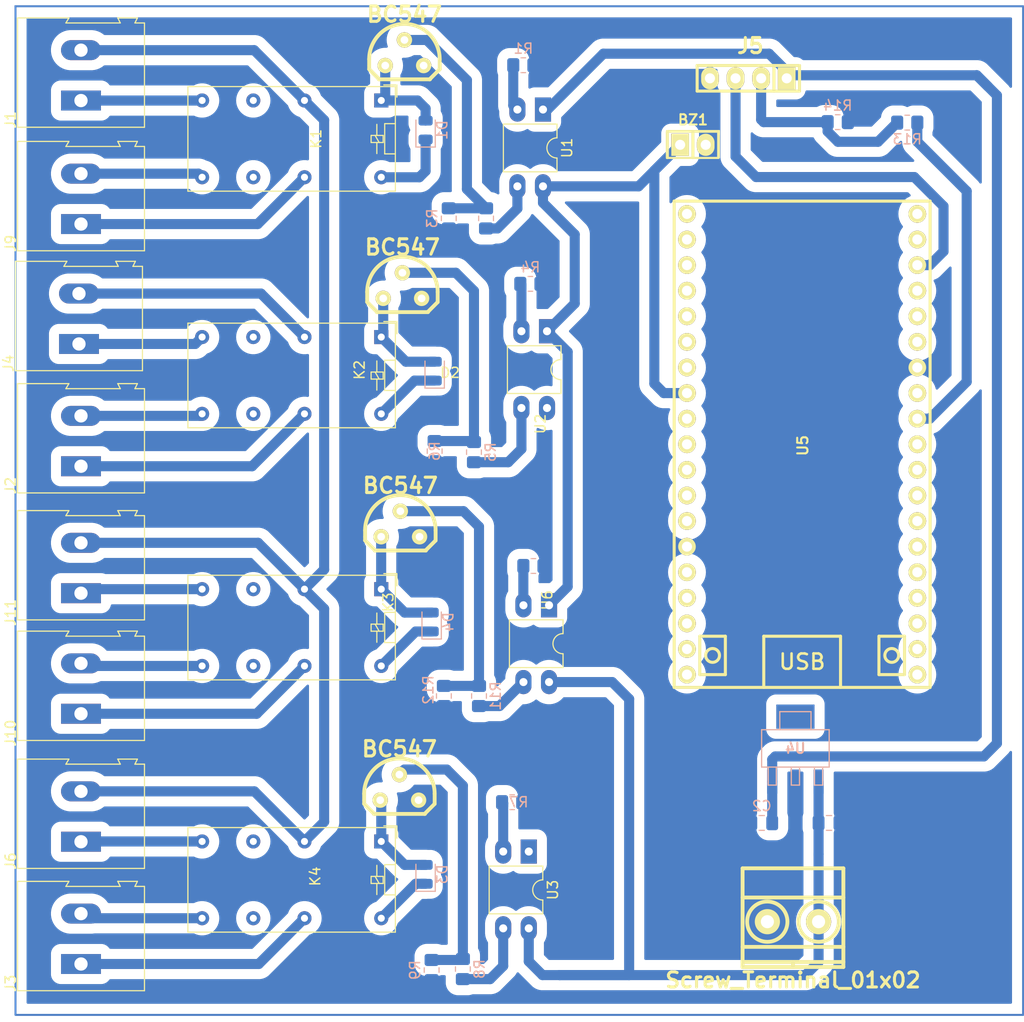
<source format=kicad_pcb>
(kicad_pcb (version 20240108) (generator "pcbnew") (generator_version "8.0")
  (layers (0 "F.Cu" signal) (31 "B.Cu" signal) (34 "B.Paste" user) (35 "F.Paste" user) (36 "B.SilkS" user "B.Silkscreen") (37 "F.SilkS" user "F.Silkscreen") (38 "B.Mask" user) (39 "F.Mask" user) (44 "Edge.Cuts" user))
  (net 0 "")
  (net 1 "Net-(J1-Pin_1)")
  (net 2 "GND")
  (net 3 "Net-(D1-A)")
  (net 4 "gpio")
  (net 5 "+5V")
  (net 6 "VCC")
  (net 7 "COM2.1")
  (net 8 "COM1.1")
  (net 9 "echo")
  (net 10 "trig")
  (net 11 "Net-(R1-Pad2)")
  (net 12 "Net-(R2-Pad1)")
  (net 13 "Net-(Q1-B)")
  (net 45 "Net-(D2-A)")
  (net 46 "Net-(D3-A)")
  (net 47 "Net-(D4-A)")
  (net 48 "Net-(J4-Pin_1)")
  (net 49 "Net-(R4-Pad2)")
  (net 50 "Net-(Q2-B)")
  (net 51 "Net-(R5-Pad1)")
  (net 52 "Net-(R7-Pad2)")
  (net 53 "Net-(Q3-B)")
  (net 54 "Net-(R8-Pad1)")
  (net 55 "Net-(R10-Pad2)")
  (net 56 "Net-(Q4-B)")
  (net 57 "Net-(R11-Pad1)")
  (net 58 "COM2.2")
  (net 59 "COM1.2")
  (net 60 "COM2.3")
  (net 61 "VCC1")
  (net 62 "VCC2")
  (net 63 "VCC3")
  (net 64 "VCC4")
  (net 65 "Net-(J5-Pin_2)")
  (net 67 "Net-(J10-Pin_2)")
  (net 69 "Net-(J11-Pin_1)")
  (net 70 "Net-(J9-Pin_2)")
  (net 73 "Net-(J2-Pin_2)")
  (net 76 "Net-(J3-Pin_2)")
  (net 77 "Net-(J6-Pin_1)")
  (footprint "EESTN5:BORNERA2" (layer "F.Cu") (at 222.96 151.6)
    (property "Reference" "J7" (hide yes))
    (property "Value" "Screw_Terminal_01x02" (at 0 5.8 0) (layer "F.SilkS") (effects (font (size 1.5 1.5) (thickness 0.3))))
    (pad "1" thru_hole circle (at -2.54 0) (size 2.5 2.5) (drill 1.3) (layers "*.Cu" "*.Mask" "F.SilkS") (net 2 "GND"))
    (pad "2" thru_hole circle (at 2.54 0) (size 2.5 2.5) (drill 1.3) (layers "*.Cu" "*.Mask" "F.SilkS") (net 6 "VCC"))
  )
  (footprint "TerminalBlock:TerminalBlock_Altech_AK300-2_P5.00mm" (layer "F.Cu") (at 152.3 82.365 90)
    (property "Reference" "J9" (at -1.92 -6.99 -90) (layer "F.SilkS"))
    (property "Value" "Screw_Terminal_01x02")
    (pad "1" thru_hole rect (at 0 0 90) (size 1.98 3.96) (drill 1.32) (layers "*.Cu" "*.Mask") (net 7 "COM2.1"))
    (pad "2" thru_hole oval (at 5 0 90) (size 1.98 3.96) (drill 1.32) (layers "*.Cu" "*.Mask") (net 70 "Net-(J9-Pin_2)"))
  )
  (footprint "TerminalBlock:TerminalBlock_Altech_AK300-2_P5.00mm" (layer "F.Cu") (at 152.3 130.965 90)
    (property "Reference" "J10" (at -1.92 -6.99 -90) (layer "F.SilkS"))
    (property "Value" "Screw_Terminal_01x02")
    (pad "1" thru_hole rect (at 0 0 90) (size 1.98 3.96) (drill 1.32) (layers "*.Cu" "*.Mask") (net 59 "COM1.2"))
    (pad "2" thru_hole oval (at 5 0 90) (size 1.98 3.96) (drill 1.32) (layers "*.Cu" "*.Mask") (net 67 "Net-(J10-Pin_2)"))
  )
  (footprint "EESTN5:DIP-4_PC817" (layer "F.Cu") (at 196.74 144.639138 -90)
    (property "Reference" "U3" (at 3.81 -2.39 90) (layer "F.SilkS"))
    (property "Value" "PC817" (hide yes))
    (pad "1" thru_hole rect (at 0 0 270) (size 2.4 1.6) (drill 0.8) (layers "*.Cu" "*.Mask") (net 4 "gpio"))
    (pad "2" thru_hole oval (at 0 2.54 270) (size 2.4 1.6) (drill 0.8) (layers "*.Cu" "*.Mask") (net 52 "Net-(R7-Pad2)"))
    (pad "3" thru_hole oval (at 7.62 2.54 270) (size 2.4 1.6) (drill 0.8) (layers "*.Cu" "*.Mask") (net 54 "Net-(R8-Pad1)"))
    (pad "4" thru_hole oval (at 7.62 0 270) (size 2.4 1.6) (drill 0.8) (layers "*.Cu" "*.Mask") (net 6 "VCC"))
  )
  (footprint "EESTN5:DIP-4_PC817" (layer "F.Cu") (at 198.55 93 -90)
    (property "Reference" "U2" (at 9.2 0.65 90) (layer "F.SilkS"))
    (property "Value" "PC817" (hide yes))
    (pad "1" thru_hole rect (at 0 0 270) (size 2.4 1.6) (drill 0.8) (layers "*.Cu" "*.Mask") (net 4 "gpio"))
    (pad "2" thru_hole oval (at 0 2.54 270) (size 2.4 1.6) (drill 0.8) (layers "*.Cu" "*.Mask") (net 49 "Net-(R4-Pad2)"))
    (pad "3" thru_hole oval (at 7.62 2.54 270) (size 2.4 1.6) (drill 0.8) (layers "*.Cu" "*.Mask") (net 51 "Net-(R5-Pad1)"))
    (pad "4" thru_hole oval (at 7.62 0 270) (size 2.4 1.6) (drill 0.8) (layers "*.Cu" "*.Mask") (net 6 "VCC"))
  )
  (footprint "TerminalBlock:TerminalBlock_Altech_AK300-2_P5.00mm" (layer "F.Cu") (at 152.1 94.265 90)
    (property "Reference" "J4" (at -1.92 -6.99 -90) (layer "F.SilkS"))
    (property "Value" "Screw_Terminal_01x02")
    (pad "1" thru_hole rect (at 0 0 90) (size 1.98 3.96) (drill 1.32) (layers "*.Cu" "*.Mask") (net 48 "Net-(J4-Pin_1)"))
    (pad "2" thru_hole oval (at 5 0 90) (size 1.98 3.96) (drill 1.32) (layers "*.Cu" "*.Mask") (net 7 "COM2.1"))
  )
  (footprint "EESTN5:to92" (layer "F.Cu") (at 184.2 89.105)
    (property "Reference" "Q2" (hide yes))
    (property "Value" "BC547" (at 0 -4.445 0) (layer "F.SilkS") (effects (font (size 1.524 1.524) (thickness 0.3048))))
    (pad "1" thru_hole circle (at -1.905 0.635) (size 1.524 1.524) (drill 0.762) (layers "*.Cu" "*.Mask" "F.SilkS") (net 45 "Net-(D2-A)"))
    (pad "2" thru_hole circle (at 0 -1.905) (size 1.524 1.524) (drill 0.762) (layers "*.Cu" "*.Mask" "F.SilkS") (net 50 "Net-(Q2-B)"))
    (pad "3" thru_hole circle (at 1.905 0.635) (size 1.524 1.524) (drill 0.762) (layers "*.Cu" "*.Mask" "F.SilkS") (net 2 "GND"))
  )
  (footprint "EESTN5:pin_strip_4" (layer "F.Cu") (at 218.53 67.9 180)
    (property "Reference" "J5" (at -0.2032 3.2258 180) (layer "F.SilkS") (effects (font (size 1.5 1.5) (thickness 0.3))))
    (property "Value" "Screw_Terminal_01x04" (hide yes))
    (pad "1" thru_hole rect (at -3.81 0 180) (size 1.75 2.2) (drill 1.00076) (layers "*.Cu" "*.Mask" "F.SilkS") (net 5 "+5V"))
    (pad "2" thru_hole oval (at -1.27 0 180) (size 1.75 2.2) (drill 1.00076) (layers "*.Cu" "*.Mask" "F.SilkS") (net 65 "Net-(J5-Pin_2)"))
    (pad "3" thru_hole oval (at 1.27 0 180) (size 1.75 2.2) (drill 1.00076) (layers "*.Cu" "*.Mask" "F.SilkS") (net 9 "echo"))
    (pad "4" thru_hole oval (at 3.81 0 180) (size 1.75 2.2) (drill 1.00076) (layers "*.Cu" "*.Mask" "F.SilkS") (net 2 "GND"))
  )
  (footprint "Relay_THT:Relay_DPDT_Omron_G5V-2" (layer "F.Cu") (at 182.1 118.6 -90)
    (property "Reference" "K3" (at 1.3 -0.7 90) (layer "F.SilkS"))
    (property "Value" "G5V-2")
    (pad "1" thru_hole rect (at 0 0 270) (size 1.4 1.4) (drill 0.7) (layers "*.Cu" "*.Mask") (net 47 "Net-(D4-A)"))
    (pad "4" thru_hole circle (at 0 7.62 270) (size 1.4 1.4) (drill 0.7) (layers "*.Cu" "*.Mask") (net 8 "COM1.1"))
    (pad "6" thru_hole circle (at 0 12.7 270) (size 1.4 1.4) (drill 0.7) (layers "*.Cu" "*.Mask"))
    (pad "8" thru_hole circle (at 0 17.78 270) (size 1.4 1.4) (drill 0.7) (layers "*.Cu" "*.Mask") (net 69 "Net-(J11-Pin_1)"))
    (pad "9" thru_hole circle (at 7.62 17.78 270) (size 1.4 1.4) (drill 0.7) (layers "*.Cu" "*.Mask") (net 67 "Net-(J10-Pin_2)"))
    (pad "11" thru_hole circle (at 7.62 12.7 270) (size 1.4 1.4) (drill 0.7) (layers "*.Cu" "*.Mask"))
    (pad "13" thru_hole circle (at 7.62 7.62 270) (size 1.4 1.4) (drill 0.7) (layers "*.Cu" "*.Mask") (net 59 "COM1.2"))
    (pad "16" thru_hole circle (at 7.62 0 270) (size 1.4 1.4) (drill 0.7) (layers "*.Cu" "*.Mask") (net 64 "VCC4"))
  )
  (footprint "Relay_THT:Relay_DPDT_Omron_G5V-2" (layer "F.Cu") (at 182.1 70.1 -90)
    (property "Reference" "K1" (at 3.81 6.4575 90) (layer "F.SilkS"))
    (property "Value" "G5V-2")
    (pad "1" thru_hole rect (at 0 0 270) (size 1.4 1.4) (drill 0.7) (layers "*.Cu" "*.Mask") (net 3 "Net-(D1-A)"))
    (pad "4" thru_hole circle (at 0 7.62 270) (size 1.4 1.4) (drill 0.7) (layers "*.Cu" "*.Mask") (net 8 "COM1.1"))
    (pad "6" thru_hole circle (at 0 12.7 270) (size 1.4 1.4) (drill 0.7) (layers "*.Cu" "*.Mask"))
    (pad "8" thru_hole circle (at 0 17.78 270) (size 1.4 1.4) (drill 0.7) (layers "*.Cu" "*.Mask") (net 1 "Net-(J1-Pin_1)"))
    (pad "9" thru_hole circle (at 7.62 17.78 270) (size 1.4 1.4) (drill 0.7) (layers "*.Cu" "*.Mask") (net 70 "Net-(J9-Pin_2)"))
    (pad "11" thru_hole circle (at 7.62 12.7 270) (size 1.4 1.4) (drill 0.7) (layers "*.Cu" "*.Mask"))
    (pad "13" thru_hole circle (at 7.62 7.62 270) (size 1.4 1.4) (drill 0.7) (layers "*.Cu" "*.Mask") (net 7 "COM2.1"))
    (pad "16" thru_hole circle (at 7.62 0 270) (size 1.4 1.4) (drill 0.7) (layers "*.Cu" "*.Mask") (net 61 "VCC1"))
  )
  (footprint "Relay_THT:Relay_DPDT_Omron_G5V-2" (layer "F.Cu") (at 182.1 93.58 -90)
    (property "Reference" "K2" (at 3.2625 2.1575 90) (layer "F.SilkS"))
    (property "Value" "G5V-2")
    (pad "1" thru_hole rect (at 0 0 270) (size 1.4 1.4) (drill 0.7) (layers "*.Cu" "*.Mask") (net 45 "Net-(D2-A)"))
    (pad "4" thru_hole circle (at 0 7.62 270) (size 1.4 1.4) (drill 0.7) (layers "*.Cu" "*.Mask") (net 7 "COM2.1"))
    (pad "6" thru_hole circle (at 0 12.7 270) (size 1.4 1.4) (drill 0.7) (layers "*.Cu" "*.Mask"))
    (pad "8" thru_hole circle (at 0 17.78 270) (size 1.4 1.4) (drill 0.7) (layers "*.Cu" "*.Mask") (net 48 "Net-(J4-Pin_1)"))
    (pad "9" thru_hole circle (at 7.62 17.78 270) (size 1.4 1.4) (drill 0.7) (layers "*.Cu" "*.Mask") (net 73 "Net-(J2-Pin_2)"))
    (pad "11" thru_hole circle (at 7.62 12.7 270) (size 1.4 1.4) (drill 0.7) (layers "*.Cu" "*.Mask"))
    (pad "13" thru_hole circle (at 7.62 7.62 270) (size 1.4 1.4) (drill 0.7) (layers "*.Cu" "*.Mask") (net 58 "COM2.2"))
    (pad "16" thru_hole circle (at 7.62 0 270) (size 1.4 1.4) (drill 0.7) (layers "*.Cu" "*.Mask") (net 62 "VCC2"))
  )
  (footprint "EESTN5:DIP-4_PC817" (layer "F.Cu") (at 198.75 120.2 -90)
    (property "Reference" "U6" (at -0.505 0.18 90) (layer "F.SilkS"))
    (property "Value" "PC817" (hide yes))
    (pad "1" thru_hole rect (at 0 0 270) (size 2.4 1.6) (drill 0.8) (layers "*.Cu" "*.Mask") (net 4 "gpio"))
    (pad "2" thru_hole oval (at 0 2.54 270) (size 2.4 1.6) (drill 0.8) (layers "*.Cu" "*.Mask") (net 55 "Net-(R10-Pad2)"))
    (pad "3" thru_hole oval (at 7.62 2.54 270) (size 2.4 1.6) (drill 0.8) (layers "*.Cu" "*.Mask") (net 57 "Net-(R11-Pad1)"))
    (pad "4" thru_hole oval (at 7.62 0 270) (size 2.4 1.6) (drill 0.8) (layers "*.Cu" "*.Mask") (net 6 "VCC"))
  )
  (footprint "TerminalBlock:TerminalBlock_Altech_AK300-2_P5.00mm" (layer "F.Cu") (at 152.3 155.8 90)
    (property "Reference" "J3" (at -1.92 -6.99 -90) (layer "F.SilkS"))
    (property "Value" "Screw_Terminal_01x02")
    (pad "1" thru_hole rect (at 0 0 90) (size 1.98 3.96) (drill 1.32) (layers "*.Cu" "*.Mask") (net 60 "COM2.3"))
    (pad "2" thru_hole oval (at 5 0 90) (size 1.98 3.96) (drill 1.32) (layers "*.Cu" "*.Mask") (net 76 "Net-(J3-Pin_2)"))
  )
  (footprint "EESTN5:to92" (layer "F.Cu") (at 183.9 138.905)
    (property "Reference" "Q3" (hide yes))
    (property "Value" "BC547" (at 0 -4.445 0) (layer "F.SilkS") (effects (font (size 1.524 1.524) (thickness 0.3048))))
    (pad "1" thru_hole circle (at -1.905 0.635) (size 1.524 1.524) (drill 0.762) (layers "*.Cu" "*.Mask" "F.SilkS") (net 46 "Net-(D3-A)"))
    (pad "2" thru_hole circle (at 0 -1.905) (size 1.524 1.524) (drill 0.762) (layers "*.Cu" "*.Mask" "F.SilkS") (net 53 "Net-(Q3-B)"))
    (pad "3" thru_hole circle (at 1.905 0.635) (size 1.524 1.524) (drill 0.762) (layers "*.Cu" "*.Mask" "F.SilkS") (net 2 "GND"))
  )
  (footprint "EESTN5:Pin_Header_2" (layer "F.Cu") (at 213.03 74.1825)
    (property "Reference" "BZ1" (at 0 -2.159 360) (layer "F.SilkS") (effects (font (size 1.016 1.016) (thickness 0.2032))))
    (property "Value" "Buzzer" (hide yes))
    (pad "1" thru_hole rect (at -1.27 0.3175) (size 1.75 2.19964) (drill 1.00076) (layers "*.Cu" "*.Mask" "F.SilkS") (net 4 "gpio"))
    (pad "2" thru_hole oval (at 1.27 0.3175) (size 1.75 2.19964) (drill 1.00076) (layers "*.Cu" "*.Mask" "F.SilkS") (net 2 "GND"))
  )
  (footprint "EESTN5:DIP-4_PC817" (layer "F.Cu") (at 198.15 71 -90)
    (property "Reference" "U1" (at 3.81 -2.39 90) (layer "F.SilkS"))
    (property "Value" "PC817" (hide yes))
    (pad "1" thru_hole rect (at 0 0 270) (size 2.4 1.6) (drill 0.8) (layers "*.Cu" "*.Mask") (net 5 "+5V"))
    (pad "2" thru_hole oval (at 0 2.54 270) (size 2.4 1.6) (drill 0.8) (layers "*.Cu" "*.Mask") (net 11 "Net-(R1-Pad2)"))
    (pad "3" thru_hole oval (at 7.62 2.54 270) (size 2.4 1.6) (drill 0.8) (layers "*.Cu" "*.Mask") (net 12 "Net-(R2-Pad1)"))
    (pad "4" thru_hole oval (at 7.62 0 270) (size 2.4 1.6) (drill 0.8) (layers "*.Cu" "*.Mask") (net 4 "gpio"))
  )
  (footprint "TerminalBlock:TerminalBlock_Altech_AK300-2_P5.00mm" (layer "F.Cu") (at 152.3 106.4 90)
    (property "Reference" "J2" (at -1.92 -6.99 -90) (layer "F.SilkS"))
    (property "Value" "Screw_Terminal_01x02")
    (pad "1" thru_hole rect (at 0 0 90) (size 1.98 3.96) (drill 1.32) (layers "*.Cu" "*.Mask") (net 58 "COM2.2"))
    (pad "2" thru_hole oval (at 5 0 90) (size 1.98 3.96) (drill 1.32) (layers "*.Cu" "*.Mask") (net 73 "Net-(J2-Pin_2)"))
  )
  (footprint "TerminalBlock:TerminalBlock_Altech_AK300-2_P5.00mm" (layer "F.Cu") (at 152.3 119 90)
    (property "Reference" "J11" (at -1.92 -6.99 -90) (layer "F.SilkS"))
    (property "Value" "Screw_Terminal_01x02")
    (pad "1" thru_hole rect (at 0 0 90) (size 1.98 3.96) (drill 1.32) (layers "*.Cu" "*.Mask") (net 69 "Net-(J11-Pin_1)"))
    (pad "2" thru_hole oval (at 5 0 90) (size 1.98 3.96) (drill 1.32) (layers "*.Cu" "*.Mask") (net 8 "COM1.1"))
  )
  (footprint "EESTN5:to92" (layer "F.Cu") (at 184.4 66)
    (property "Reference" "Q1" (hide yes))
    (property "Value" "BC547" (at 0 -4.445 0) (layer "F.SilkS") (effects (font (size 1.524 1.524) (thickness 0.3048))))
    (pad "1" thru_hole circle (at -1.905 0.635) (size 1.524 1.524) (drill 0.762) (layers "*.Cu" "*.Mask" "F.SilkS") (net 3 "Net-(D1-A)"))
    (pad "2" thru_hole circle (at 0 -1.905) (size 1.524 1.524) (drill 0.762) (layers "*.Cu" "*.Mask" "F.SilkS") (net 13 "Net-(Q1-B)"))
    (pad "3" thru_hole circle (at 1.905 0.635) (size 1.524 1.524) (drill 0.762) (layers "*.Cu" "*.Mask" "F.SilkS") (net 2 "GND"))
  )
  (footprint "TerminalBlock:TerminalBlock_Altech_AK300-2_P5.00mm" (layer "F.Cu") (at 152.3 143.665 90)
    (property "Reference" "J6" (at -1.92 -6.99 -90) (layer "F.SilkS"))
    (property "Value" "Screw_Terminal_01x02")
    (pad "1" thru_hole rect (at 0 0 90) (size 1.98 3.96) (drill 1.32) (layers "*.Cu" "*.Mask") (net 77 "Net-(J6-Pin_1)"))
    (pad "2" thru_hole oval (at 5 0 90) (size 1.98 3.96) (drill 1.32) (layers "*.Cu" "*.Mask") (net 8 "COM1.1"))
  )
  (footprint "TerminalBlock:TerminalBlock_Altech_AK300-2_P5.00mm" (layer "F.Cu") (at 152.3 70.1075 90)
    (property "Reference" "J1" (at -1.92 -6.99 -90) (layer "F.SilkS"))
    (property "Value" "Screw_Terminal_01x02")
    (pad "1" thru_hole rect (at 0 0 90) (size 1.98 3.96) (drill 1.32) (layers "*.Cu" "*.Mask") (net 1 "Net-(J1-Pin_1)"))
    (pad "2" thru_hole oval (at 5 0 90) (size 1.98 3.96) (drill 1.32) (layers "*.Cu" "*.Mask") (net 8 "COM1.1"))
  )
  (footprint "Relay_THT:Relay_DPDT_Omron_G5V-2" (layer "F.Cu") (at 182.1 143.6375 -90)
    (property "Reference" "K4" (at 3.4625 6.5575 90) (layer "F.SilkS"))
    (property "Value" "G5V-2")
    (pad "1" thru_hole rect (at 0 0 270) (size 1.4 1.4) (drill 0.7) (layers "*.Cu" "*.Mask") (net 46 "Net-(D3-A)"))
    (pad "4" thru_hole circle (at 0 7.62 270) (size 1.4 1.4) (drill 0.7) (layers "*.Cu" "*.Mask") (net 8 "COM1.1"))
    (pad "6" thru_hole circle (at 0 12.7 270) (size 1.4 1.4) (drill 0.7) (layers "*.Cu" "*.Mask"))
    (pad "8" thru_hole circle (at 0 17.78 270) (size 1.4 1.4) (drill 0.7) (layers "*.Cu" "*.Mask") (net 77 "Net-(J6-Pin_1)"))
    (pad "9" thru_hole circle (at 7.62 17.78 270) (size 1.4 1.4) (drill 0.7) (layers "*.Cu" "*.Mask") (net 76 "Net-(J3-Pin_2)"))
    (pad "11" thru_hole circle (at 7.62 12.7 270) (size 1.4 1.4) (drill 0.7) (layers "*.Cu" "*.Mask"))
    (pad "13" thru_hole circle (at 7.62 7.62 270) (size 1.4 1.4) (drill 0.7) (layers "*.Cu" "*.Mask") (net 60 "COM2.3"))
    (pad "16" thru_hole circle (at 7.62 0 270) (size 1.4 1.4) (drill 0.7) (layers "*.Cu" "*.Mask") (net 63 "VCC3"))
  )
  (footprint "EESTN5:ESP32S" (layer "F.Cu") (at 223.87 104.22 -90)
    (property "Reference" "U5" (at 0.127 -0.0635 90) (layer "F.SilkS") (effects (font (size 1.016 1.016) (thickness 0.2032))))
    (property "Value" "ESP32_DEVKITC" (hide yes))
    (fp_text user "USB" (at 21.59 0 180) (layer "F.SilkS") (effects (font (size 1.524 1.524) (thickness 0.254))))
    (pad "1" thru_hole circle (at -22.86 11.43 270) (size 1.75 1.75) (drill 1) (layers "*.Cu" "*.Mask" "F.SilkS"))
    (pad "2" thru_hole circle (at -20.32 11.43 270) (size 1.75 1.75) (drill 1) (layers "*.Cu" "*.Mask" "F.SilkS"))
    (pad "3" thru_hole circle (at -17.78 11.43 270) (size 1.75 1.75) (drill 1) (layers "*.Cu" "*.Mask" "F.SilkS"))
    (pad "4" thru_hole circle (at -15.24 11.43 270) (size 1.75 1.75) (drill 1) (layers "*.Cu" "*.Mask" "F.SilkS"))
    (pad "5" thru_hole circle (at -12.7 11.43 270) (size 1.75 1.75) (drill 1) (layers "*.Cu" "*.Mask" "F.SilkS"))
    (pad "6" thru_hole circle (at -10.16 11.43 270) (size 1.75 1.75) (drill 1) (layers "*.Cu" "*.Mask" "F.SilkS"))
    (pad "7" thru_hole circle (at -7.62 11.43 270) (size 1.75 1.75) (drill 1) (layers "*.Cu" "*.Mask" "F.SilkS"))
    (pad "8" thru_hole circle (at -5.08 11.43 270) (size 1.75 1.75) (drill 1) (layers "*.Cu" "*.Mask" "F.SilkS") (net 4 "gpio"))
    (pad "9" thru_hole circle (at -2.54 11.43 270) (size 1.75 1.75) (drill 1) (layers "*.Cu" "*.Mask" "F.SilkS"))
    (pad "10" thru_hole circle (at 0 11.43 270) (size 1.75 1.75) (drill 1) (layers "*.Cu" "*.Mask" "F.SilkS"))
    (pad "11" thru_hole circle (at 2.54 11.43 270) (size 1.75 1.75) (drill 1) (layers "*.Cu" "*.Mask" "F.SilkS"))
    (pad "12" thru_hole circle (at 5.08 11.43 270) (size 1.75 1.75) (drill 1) (layers "*.Cu" "*.Mask" "F.SilkS"))
    (pad "13" thru_hole circle (at 7.62 11.43 270) (size 1.75 1.75) (drill 1) (layers "*.Cu" "*.Mask" "F.SilkS"))
    (pad "14" thru_hole circle (at 10.16 11.43 270) (size 1.75 1.75) (drill 1) (layers "*.Cu" "*.Mask" "F.SilkS") (net 2 "GND"))
    (pad "15" thru_hole circle (at 12.7 11.43 270) (size 1.75 1.75) (drill 1) (layers "*.Cu" "*.Mask" "F.SilkS"))
    (pad "16" thru_hole circle (at 15.24 11.43 270) (size 1.75 1.75) (drill 1) (layers "*.Cu" "*.Mask" "F.SilkS"))
    (pad "17" thru_hole circle (at 17.78 11.43 270) (size 1.75 1.75) (drill 1) (layers "*.Cu" "*.Mask" "F.SilkS"))
    (pad "18" thru_hole circle (at 20.32 11.43 270) (size 1.75 1.75) (drill 1) (layers "*.Cu" "*.Mask" "F.SilkS"))
    (pad "19" thru_hole circle (at 22.86 11.43 270) (size 1.75 1.75) (drill 1) (layers "*.Cu" "*.Mask" "F.SilkS"))
    (pad "20" thru_hole circle (at 22.86 -11.43 90) (size 1.75 1.75) (drill 1) (layers "*.Cu" "*.Mask" "F.SilkS"))
    (pad "21" thru_hole circle (at 20.32 -11.43 90) (size 1.75 1.75) (drill 1) (layers "*.Cu" "*.Mask" "F.SilkS"))
    (pad "22" thru_hole circle (at 17.78 -11.43 90) (size 1.75 1.75) (drill 1) (layers "*.Cu" "*.Mask" "F.SilkS"))
    (pad "23" thru_hole circle (at 15.24 -11.43 90) (size 1.75 1.75) (drill 1) (layers "*.Cu" "*.Mask" "F.SilkS"))
    (pad "24" thru_hole circle (at 12.7 -11.43 90) (size 1.75 1.75) (drill 1) (layers "*.Cu" "*.Mask" "F.SilkS"))
    (pad "25" thru_hole circle (at 10.16 -11.43 90) (size 1.75 1.75) (drill 1) (layers "*.Cu" "*.Mask" "F.SilkS"))
    (pad "26" thru_hole circle (at 7.62 -11.43 90) (size 1.75 1.75) (drill 1) (layers "*.Cu" "*.Mask" "F.SilkS"))
    (pad "27" thru_hole circle (at 5.08 -11.43 90) (size 1.75 1.75) (drill 1) (layers "*.Cu" "*.Mask" "F.SilkS"))
    (pad "28" thru_hole circle (at 2.54 -11.43 90) (size 1.75 1.75) (drill 1) (layers "*.Cu" "*.Mask" "F.SilkS"))
    (pad "29" thru_hole circle (at 0 -11.43 90) (size 1.75 1.75) (drill 1) (layers "*.Cu" "*.Mask" "F.SilkS"))
    (pad "30" thru_hole circle (at -2.54 -11.43 90) (size 1.75 1.75) (drill 1) (layers "*.Cu" "*.Mask" "F.SilkS") (net 10 "trig"))
    (pad "31" thru_hole circle (at -5.08 -11.43 90) (size 1.75 1.75) (drill 1) (layers "*.Cu" "*.Mask" "F.SilkS"))
    (pad "32" thru_hole circle (at -7.62 -11.43 90) (size 1.75 1.75) (drill 1) (layers "*.Cu" "*.Mask" "F.SilkS") (net 2 "GND"))
    (pad "33" thru_hole circle (at -10.16 -11.43 90) (size 1.75 1.75) (drill 1) (layers "*.Cu" "*.Mask" "F.SilkS"))
    (pad "34" thru_hole circle (at -12.7 -11.43 90) (size 1.75 1.75) (drill 1) (layers "*.Cu" "*.Mask" "F.SilkS"))
    (pad "35" thru_hole circle (at -15.24 -11.43 90) (size 1.75 1.75) (drill 1) (layers "*.Cu" "*.Mask" "F.SilkS"))
    (pad "36" thru_hole circle (at -17.78 -11.43 90) (size 1.75 1.75) (drill 1) (layers "*.Cu" "*.Mask" "F.SilkS") (net 9 "echo"))
    (pad "37" thru_hole circle (at -20.32 -11.43 90) (size 1.75 1.75) (drill 1) (layers "*.Cu" "*.Mask" "F.SilkS"))
    (pad "38" thru_hole circle (at -22.86 -11.43 90) (size 1.75 1.75) (drill 1) (layers "*.Cu" "*.Mask" "F.SilkS"))
  )
  (footprint "EESTN5:to92" (layer "F.Cu") (at 183.995 112.765)
    (property "Reference" "Q4" (hide yes))
    (property "Value" "BC547" (at 0 -4.445 0) (layer "F.SilkS") (effects (font (size 1.524 1.524) (thickness 0.3048))))
    (pad "1" thru_hole circle (at -1.905 0.635) (size 1.524 1.524) (drill 0.762) (layers "*.Cu" "*.Mask" "F.SilkS") (net 47 "Net-(D4-A)"))
    (pad "2" thru_hole circle (at 0 -1.905) (size 1.524 1.524) (drill 0.762) (layers "*.Cu" "*.Mask" "F.SilkS") (net 56 "Net-(Q4-B)"))
    (pad "3" thru_hole circle (at 1.905 0.635) (size 1.524 1.524) (drill 0.762) (layers "*.Cu" "*.Mask" "F.SilkS") (net 2 "GND"))
  )
  (footprint "Resistor_SMD:R_0805_2012Metric_Pad1.20x1.40mm_HandSolder" (layer "B.Cu") (at 191.8 129.2 90)
    (property "Reference" "R11" (at 0 1.65 270) (layer "B.SilkS") (effects (justify mirror)))
    (property "Value" "1k")
    (pad "1" smd roundrect (at -1 0 90) (size 1.2 1.4) (layers "B.Cu" "B.Paste" "B.Mask") (roundrect_rratio 0.208333) (net 57 "Net-(R11-Pad1)"))
    (pad "2" smd roundrect (at 1 0 90) (size 1.2 1.4) (layers "B.Cu" "B.Paste" "B.Mask") (roundrect_rratio 0.208333) (net 56 "Net-(Q4-B)"))
  )
  (footprint "Resistor_SMD:R_0805_2012Metric_Pad1.20x1.40mm_HandSolder" (layer "B.Cu") (at 190.2 156.3 90)
    (property "Reference" "R8" (at 0 1.65 270) (layer "B.SilkS") (effects (justify mirror)))
    (property "Value" "1k")
    (pad "1" smd roundrect (at -1 0 90) (size 1.2 1.4) (layers "B.Cu" "B.Paste" "B.Mask") (roundrect_rratio 0.208333) (net 54 "Net-(R8-Pad1)"))
    (pad "2" smd roundrect (at 1 0 90) (size 1.2 1.4) (layers "B.Cu" "B.Paste" "B.Mask") (roundrect_rratio 0.208333) (net 53 "Net-(Q3-B)"))
  )
  (footprint "Capacitor_SMD:C_0805_2012Metric_Pad1.18x1.45mm_HandSolder" (layer "B.Cu") (at 219.8625 141.8 180)
    (property "Reference" "C2" (at 0 1.68 180) (layer "B.SilkS") (effects (justify mirror)))
    (property "Value" "C")
    (pad "1" smd roundrect (at -1.0375 0 180) (size 1.175 1.45) (layers "B.Cu" "B.Paste" "B.Mask") (roundrect_rratio 0.212766) (net 5 "+5V"))
    (pad "2" smd roundrect (at 1.0375 0 180) (size 1.175 1.45) (layers "B.Cu" "B.Paste" "B.Mask") (roundrect_rratio 0.212766) (net 2 "GND"))
  )
  (footprint "Capacitor_SMD:C_0805_2012Metric_Pad1.18x1.45mm_HandSolder" (layer "B.Cu") (at 226.5375 141.8)
    (property "Reference" "C1" (hide yes))
    (property "Value" "C")
    (pad "1" smd roundrect (at -1.0375 0) (size 1.175 1.45) (layers "B.Cu" "B.Paste" "B.Mask") (roundrect_rratio 0.212766) (net 6 "VCC"))
    (pad "2" smd roundrect (at 1.0375 0) (size 1.175 1.45) (layers "B.Cu" "B.Paste" "B.Mask") (roundrect_rratio 0.212766) (net 2 "GND"))
  )
  (footprint "Resistor_SMD:R_0805_2012Metric_Pad1.20x1.40mm_HandSolder" (layer "B.Cu") (at 195.09 139.739138 180)
    (property "Reference" "R7" (at -0.635 0 180) (layer "B.SilkS") (effects (justify mirror)))
    (property "Value" "220")
    (pad "1" smd roundrect (at -1 0 180) (size 1.2 1.4) (layers "B.Cu" "B.Paste" "B.Mask") (roundrect_rratio 0.208333) (net 2 "GND"))
    (pad "2" smd roundrect (at 1 0 180) (size 1.2 1.4) (layers "B.Cu" "B.Paste" "B.Mask") (roundrect_rratio 0.208333) (net 52 "Net-(R7-Pad2)"))
  )
  (footprint "Resistor_SMD:R_0805_2012Metric_Pad1.20x1.40mm_HandSolder" (layer "B.Cu") (at 188.315 129.2 -90)
    (property "Reference" "R12" (at -0.6 1.55 90) (layer "B.SilkS") (effects (justify mirror)))
    (property "Value" "10k")
    (pad "1" smd roundrect (at -1 0 270) (size 1.2 1.4) (layers "B.Cu" "B.Paste" "B.Mask") (roundrect_rratio 0.208333) (net 56 "Net-(Q4-B)"))
    (pad "2" smd roundrect (at 1 0 270) (size 1.2 1.4) (layers "B.Cu" "B.Paste" "B.Mask") (roundrect_rratio 0.208333) (net 2 "GND"))
  )
  (footprint "Diode_SMD:D_0805_2012Metric" (layer "B.Cu") (at 186.5 73.0375 90)
    (property "Reference" "D1" (at 0 1.65 -90) (layer "B.SilkS") (effects (justify mirror)))
    (property "Value" "1n4007")
    (pad "1" smd roundrect (at -0.9375 0 90) (size 0.975 1.4) (layers "B.Cu" "B.Paste" "B.Mask") (net 61 "VCC1"))
    (pad "2" smd roundrect (at 0.9375 0 90) (size 0.975 1.4) (layers "B.Cu" "B.Paste" "B.Mask") (net 3 "Net-(D1-A)"))
  )
  (footprint "EESTN5:SOT223" (layer "B.Cu") (at 223.2 134.4 180)
    (property "Reference" "U4" (at 0 0 180) (layer "B.SilkS") (effects (font (size 1.00076 1.00076) (thickness 0.20066)) (justify mirror)))
    (property "Value" "L7805" (hide yes))
    (pad "1" smd rect (at -2.3 -3.3 180) (size 1 2.4) (layers "B.Cu" "B.Paste" "B.Mask") (net 6 "VCC"))
    (pad "2" smd rect (at 0 -3.3 180) (size 1 2.4) (layers "B.Cu" "B.Paste" "B.Mask") (net 2 "GND"))
    (pad "3" smd rect (at 2.3 -3.3 180) (size 1 2.4) (layers "B.Cu" "B.Paste" "B.Mask") (net 5 "+5V"))
    (pad "4" smd rect (at 0 3.15 180) (size 3.8 2.4) (layers "B.Cu" "B.Paste" "B.Mask"))
  )
  (footprint "Diode_SMD:D_0805_2012Metric" (layer "B.Cu") (at 186.5 146.9 90)
    (property "Reference" "D3" (at 0 1.65 -90) (layer "B.SilkS") (effects (justify mirror)))
    (property "Value" "1n4007")
    (pad "1" smd roundrect (at -0.9375 0 90) (size 0.975 1.4) (layers "B.Cu" "B.Paste" "B.Mask") (net 63 "VCC3"))
    (pad "2" smd roundrect (at 0.9375 0 90) (size 0.975 1.4) (layers "B.Cu" "B.Paste" "B.Mask") (net 46 "Net-(D3-A)"))
  )
  (footprint "Diode_SMD:D_0805_2012Metric" (layer "B.Cu") (at 187.4 96.9625 90)
    (property "Reference" "D2" (at -0.16 1.52631 0) (layer "F.SilkS"))
    (property "Value" "1n4007")
    (pad "1" smd roundrect (at -0.9375 0 90) (size 0.975 1.4) (layers "B.Cu" "B.Paste" "B.Mask") (net 62 "VCC2"))
    (pad "2" smd roundrect (at 0.9375 0 90) (size 0.975 1.4) (layers "B.Cu" "B.Paste" "B.Mask") (net 45 "Net-(D2-A)"))
  )
  (footprint "Resistor_SMD:R_0805_2012Metric_Pad1.20x1.40mm_HandSolder" (layer "B.Cu") (at 192.5 81.8 90)
    (property "Reference" "R2" (hide yes))
    (property "Value" "1k")
    (pad "1" smd roundrect (at -1 0 90) (size 1.2 1.4) (layers "B.Cu" "B.Paste" "B.Mask") (roundrect_rratio 0.208333) (net 12 "Net-(R2-Pad1)"))
    (pad "2" smd roundrect (at 1 0 90) (size 1.2 1.4) (layers "B.Cu" "B.Paste" "B.Mask") (roundrect_rratio 0.208333) (net 13 "Net-(Q1-B)"))
  )
  (footprint "Resistor_SMD:R_0805_2012Metric_Pad1.20x1.40mm_HandSolder" (layer "B.Cu") (at 227.4 72.25 180)
    (property "Reference" "R14" (at 0 1.65 180) (layer "B.SilkS") (effects (justify mirror)))
    (property "Value" "2K")
    (pad "1" smd roundrect (at -1 0 180) (size 1.2 1.4) (layers "B.Cu" "B.Paste" "B.Mask") (roundrect_rratio 0.208333) (net 2 "GND"))
    (pad "2" smd roundrect (at 1 0 180) (size 1.2 1.4) (layers "B.Cu" "B.Paste" "B.Mask") (roundrect_rratio 0.208333) (net 65 "Net-(J5-Pin_2)"))
  )
  (footprint "Resistor_SMD:R_0805_2012Metric_Pad1.20x1.40mm_HandSolder" (layer "B.Cu") (at 187.4 104.9 -90)
    (property "Reference" "R6" (at 0 0 90) (layer "B.SilkS") (effects (justify mirror)))
    (property "Value" "10k")
    (pad "1" smd roundrect (at -1 0 270) (size 1.2 1.4) (layers "B.Cu" "B.Paste" "B.Mask") (roundrect_rratio 0.208333) (net 50 "Net-(Q2-B)"))
    (pad "2" smd roundrect (at 1 0 270) (size 1.2 1.4) (layers "B.Cu" "B.Paste" "B.Mask") (roundrect_rratio 0.208333) (net 2 "GND"))
  )
  (footprint "Resistor_SMD:R_0805_2012Metric_Pad1.20x1.40mm_HandSolder" (layer "B.Cu") (at 196.2 66.6 180)
    (property "Reference" "R1" (at 0 1.65 180) (layer "B.SilkS") (effects (justify mirror)))
    (property "Value" "220")
    (pad "1" smd roundrect (at -1 0 180) (size 1.2 1.4) (layers "B.Cu" "B.Paste" "B.Mask") (roundrect_rratio 0.208333) (net 2 "GND"))
    (pad "2" smd roundrect (at 1 0 180) (size 1.2 1.4) (layers "B.Cu" "B.Paste" "B.Mask") (roundrect_rratio 0.208333) (net 11 "Net-(R1-Pad2)"))
  )
  (footprint "Resistor_SMD:R_0805_2012Metric_Pad1.20x1.40mm_HandSolder" (layer "B.Cu") (at 191.3 105 90)
    (property "Reference" "R5" (at 0 1.65 270) (layer "B.SilkS") (effects (justify mirror)))
    (property "Value" "1k")
    (pad "1" smd roundrect (at -1 0 90) (size 1.2 1.4) (layers "B.Cu" "B.Paste" "B.Mask") (roundrect_rratio 0.208333) (net 51 "Net-(R5-Pad1)"))
    (pad "2" smd roundrect (at 1 0 90) (size 1.2 1.4) (layers "B.Cu" "B.Paste" "B.Mask") (roundrect_rratio 0.208333) (net 50 "Net-(Q2-B)"))
  )
  (footprint "Resistor_SMD:R_0805_2012Metric_Pad1.20x1.40mm_HandSolder" (layer "B.Cu") (at 197.2 116.3 180)
    (property "Reference" "R10" (hide yes))
    (property "Value" "220")
    (pad "1" smd roundrect (at -1 0 180) (size 1.2 1.4) (layers "B.Cu" "B.Paste" "B.Mask") (roundrect_rratio 0.208333) (net 2 "GND"))
    (pad "2" smd roundrect (at 1 0 180) (size 1.2 1.4) (layers "B.Cu" "B.Paste" "B.Mask") (roundrect_rratio 0.208333) (net 55 "Net-(R10-Pad2)"))
  )
  (footprint "Diode_SMD:D_0805_2012Metric" (layer "B.Cu") (at 187.1 121.8625 90)
    (property "Reference" "D4" (at 0 1.65 -90) (layer "B.SilkS") (effects (justify mirror)))
    (property "Value" "1n4007")
    (pad "1" smd roundrect (at -0.9375 0 90) (size 0.975 1.4) (layers "B.Cu" "B.Paste" "B.Mask") (net 64 "VCC4"))
    (pad "2" smd roundrect (at 0.9375 0 90) (size 0.975 1.4) (layers "B.Cu" "B.Paste" "B.Mask") (net 47 "Net-(D4-A)"))
  )
  (footprint "Resistor_SMD:R_0805_2012Metric_Pad1.20x1.40mm_HandSolder" (layer "B.Cu") (at 188.8 81.8 -90)
    (property "Reference" "R3" (at 0 1.65 90) (layer "B.SilkS") (effects (justify mirror)))
    (property "Value" "10k" (hide yes))
    (pad "1" smd roundrect (at -1 0 270) (size 1.2 1.4) (layers "B.Cu" "B.Paste" "B.Mask") (roundrect_rratio 0.208333) (net 13 "Net-(Q1-B)"))
    (pad "2" smd roundrect (at 1 0 270) (size 1.2 1.4) (layers "B.Cu" "B.Paste" "B.Mask") (roundrect_rratio 0.208333) (net 2 "GND"))
  )
  (footprint "Resistor_SMD:R_0805_2012Metric_Pad1.20x1.40mm_HandSolder" (layer "B.Cu") (at 187.1 156.4 -90)
    (property "Reference" "R9" (at 0 1.65 90) (layer "B.SilkS") (effects (justify mirror)))
    (property "Value" "10k" (hide yes))
    (pad "1" smd roundrect (at -1 0 270) (size 1.2 1.4) (layers "B.Cu" "B.Paste" "B.Mask") (roundrect_rratio 0.208333) (net 53 "Net-(Q3-B)"))
    (pad "2" smd roundrect (at 1 0 270) (size 1.2 1.4) (layers "B.Cu" "B.Paste" "B.Mask") (roundrect_rratio 0.208333) (net 2 "GND"))
  )
  (footprint "Resistor_SMD:R_0805_2012Metric_Pad1.20x1.40mm_HandSolder" (layer "B.Cu") (at 234.3 72.3)
    (property "Reference" "R13" (at 0 1.65 360) (layer "B.SilkS") (effects (justify mirror)))
    (property "Value" "1K")
    (pad "1" smd roundrect (at -1 0) (size 1.2 1.4) (layers "B.Cu" "B.Paste" "B.Mask") (roundrect_rratio 0.208333) (net 65 "Net-(J5-Pin_2)"))
    (pad "2" smd roundrect (at 1 0) (size 1.2 1.4) (layers "B.Cu" "B.Paste" "B.Mask") (roundrect_rratio 0.208333) (net 10 "trig"))
  )
  (footprint "Resistor_SMD:R_0805_2012Metric_Pad1.20x1.40mm_HandSolder" (layer "B.Cu") (at 196.9 88.3 180)
    (property "Reference" "R4" (at 0 1.65 180) (layer "B.SilkS") (effects (justify mirror)))
    (property "Value" "220")
    (pad "1" smd roundrect (at -1 0 180) (size 1.2 1.4) (layers "B.Cu" "B.Paste" "B.Mask") (roundrect_rratio 0.208333) (net 2 "GND"))
    (pad "2" smd roundrect (at 1 0 180) (size 1.2 1.4) (layers "B.Cu" "B.Paste" "B.Mask") (roundrect_rratio 0.208333) (net 49 "Net-(R4-Pad2)"))
  )
  (gr_rect (start 145.8 60.75) (end 245.8 160.85) (stroke (width 0.2)) (fill none) (layer "B.Cu") (net 5))
  (segment (start 164.3125 70.1075) (end 164.32 70.1) (width 1) (layer "F.Cu") (net 1))
  (segment (start 152.3 70.1075) (end 164.3125 70.1075) (width 1) (layer "B.Cu") (net 1))
  (segment (start 214.72 67.209796) (end 214.72 67.9) (width 1) (layer "B.Cu") (net 2))
  (segment (start 182.495 66.635) (end 182.495 69.705) (width 1) (layer "B.Cu") (net 3))
  (segment (start 186.5 72.1) (end 186.5 70.9) (width 1) (layer "B.Cu") (net 3))
  (segment (start 182.495 69.705) (end 182.1 70.1) (width 1) (layer "B.Cu") (net 3))
  (segment (start 186.5 70.9) (end 185.7 70.1) (width 1) (layer "B.Cu") (net 3))
  (segment (start 185.7 70.1) (end 182.1 70.1) (width 1) (layer "B.Cu") (net 3))
  (segment (start 200.6 95.05) (end 198.55 93) (width 1) (layer "B.Cu") (net 4))
  (segment (start 198.75 120.2) (end 200.6 118.35) (width 1) (layer "B.Cu") (net 4))
  (segment (start 210.14 99.14) (end 212.44 99.14) (width 1) (layer "B.Cu") (net 4))
  (segment (start 201.3 90.25) (end 198.55 93) (width 1) (layer "B.Cu") (net 4))
  (segment (start 211.76 74.5) (end 209.2 77.06) (width 1) (layer "B.Cu") (net 4))
  (segment (start 209.2 98.2) (end 210.14 99.14) (width 1) (layer "B.Cu") (net 4))
  (segment (start 198.15 78.62) (end 198.15 80.25) (width 1) (layer "B.Cu") (net 4))
  (segment (start 198.15 78.62) (end 207.64 78.62) (width 1) (layer "B.Cu") (net 4))
  (segment (start 198.15 80.25) (end 201.3 83.4) (width 1) (layer "B.Cu") (net 4))
  (segment (start 200.6 118.35) (end 200.6 95.05) (width 1) (layer "B.Cu") (net 4))
  (segment (start 201.3 83.4) (end 201.3 90.25) (width 1) (layer "B.Cu") (net 4))
  (segment (start 209.2 77.06) (end 209.2 98.2) (width 1) (layer "B.Cu") (net 4))
  (segment (start 207.64 78.62) (end 211.76 74.5) (width 1) (layer "B.Cu") (net 4))
  (segment (start 204.140204 65.459796) (end 220.59 65.459796) (width 1) (layer "B.Cu") (net 5))
  (segment (start 242.3 68.7) (end 241.2 67.6) (width 1) (layer "B.Cu") (net 5))
  (segment (start 243.2 69.6) (end 241.2 67.6) (width 1) (layer "B.Cu") (net 5))
  (segment (start 220.59 65.459796) (end 222.34 67.209796) (width 1) (layer "B.Cu") (net 5))
  (segment (start 243.2 133.9) (end 243.2 69.6) (width 1) (layer "B.Cu") (net 5))
  (segment (start 220.9 135.5) (end 221.2 135.2) (width 1) (layer "B.Cu") (net 5))
  (segment (start 198.15 71) (end 198.6 71) (width 1) (layer "B.Cu") (net 5))
  (segment (start 241.9 135.2) (end 243.2 133.9) (width 1) (layer "B.Cu") (net 5))
  (segment (start 220.9 137.7) (end 220.9 141.8) (width 1) (layer "B.Cu") (net 5))
  (segment (start 221.2 135.2) (end 241.9 135.2) (width 1) (layer "B.Cu") (net 5))
  (segment (start 220.9 137.7) (end 220.9 135.5) (width 1) (layer "B.Cu") (net 5))
  (segment (start 222.34 67.209796) (end 222.34 67.9) (width 1) (layer "B.Cu") (net 5))
  (segment (start 198.6 71) (end 204.140204 65.459796) (width 1) (layer "B.Cu") (net 5))
  (segment (start 241.2 67.6) (end 222.730204 67.6) (width 1) (layer "B.Cu") (net 5))
  (segment (start 198.75 127.82) (end 205.02 127.82) (width 1) (layer "B.Cu") (net 6))
  (segment (start 196.74 152.259138) (end 196.74 155.54) (width 1) (layer "B.Cu") (net 6))
  (segment (start 224.2 156.9) (end 225.5 155.6) (width 1) (layer "B.Cu") (net 6))
  (segment (start 205.02 127.82) (end 206.7 129.5) (width 1) (layer "B.Cu") (net 6))
  (segment (start 198.1 156.9) (end 199.8 156.9) (width 1) (layer "B.Cu") (net 6))
  (segment (start 225.5 144.9) (end 225.5 151.6) (width 1) (layer "B.Cu") (net 6))
  (segment (start 225.5 141.8) (end 225.5 144.9) (width 1) (layer "B.Cu") (net 6))
  (segment (start 225.5 155.6) (end 225.5 151.6) (width 1) (layer "B.Cu") (net 6))
  (segment (start 206.7 129.5) (end 206.7 156.9) (width 1) (layer "B.Cu") (net 6))
  (segment (start 196.74 155.54) (end 198.1 156.9) (width 1) (layer "B.Cu") (net 6))
  (segment (start 225.5 137.7) (end 225.5 141.8) (width 1) (layer "B.Cu") (net 6))
  (segment (start 206.7 156.9) (end 199.8 156.9) (width 1) (layer "B.Cu") (net 6))
  (segment (start 199.8 156.9) (end 224.2 156.9) (width 1) (layer "B.Cu") (net 6))
  (segment (start 170.165 89.265) (end 174.48 93.58) (width 1) (layer "B.Cu") (net 7))
  (segment (start 152.1 89.265) (end 170.165 89.265) (width 1) (layer "B.Cu") (net 7))
  (segment (start 169.835 82.365) (end 174.48 77.72) (width 1) (layer "B.Cu") (net 7))
  (segment (start 152.3 82.365) (end 169.835 82.365) (width 1) (layer "B.Cu") (net 7))
  (segment (start 176.43 141.6875) (end 174.48 143.6375) (width 1) (layer "B.Cu") (net 8))
  (segment (start 152.3 114) (end 169.88 114) (width 1) (layer "B.Cu") (net 8))
  (segment (start 152.3 138.665) (end 169.5075 138.665) (width 1) (layer "B.Cu") (net 8))
  (segment (start 169.4875 65.1075) (end 174.48 70.1) (width 1) (layer "B.Cu") (net 8))
  (segment (start 169.88 114) (end 174.48 118.6) (width 1) (layer "B.Cu") (net 8))
  (segment (start 176.43 72.05) (end 176.43 116.65) (width 1) (layer "B.Cu") (net 8))
  (segment (start 174.48 70.1) (end 176.43 72.05) (width 1) (layer "B.Cu") (net 8))
  (segment (start 176.43 116.65) (end 174.48 118.6) (width 1) (layer "B.Cu") (net 8))
  (segment (start 176.43 120.55) (end 176.43 141.6875) (width 1) (layer "B.Cu") (net 8))
  (segment (start 174.48 118.6) (end 176.43 120.55) (width 1) (layer "B.Cu") (net 8))
  (segment (start 169.5075 138.665) (end 174.48 143.6375) (width 1) (layer "B.Cu") (net 8))
  (segment (start 152.3 65.1075) (end 169.4875 65.1075) (width 1) (layer "B.Cu") (net 8))
  (segment (start 217.26 75.66) (end 219.3 77.7) (width 1) (layer "B.Cu") (net 9))
  (segment (start 217.26 67.9) (end 217.26 75.66) (width 1) (layer "B.Cu") (net 9))
  (segment (start 236.537436 86.44) (end 235.3 86.44) (width 1) (layer "B.Cu") (net 9))
  (segment (start 219.3 77.7) (end 235 77.7) (width 1) (layer "B.Cu") (net 9))
  (segment (start 237.9 85.077436) (end 236.537436 86.44) (width 1) (layer "B.Cu") (net 9))
  (segment (start 237.9 80.6) (end 237.9 85.077436) (width 1) (layer "B.Cu") (net 9))
  (segment (start 235 77.7) (end 237.9 80.6) (width 1) (layer "B.Cu") (net 9))
  (segment (start 235.3 72.3) (end 235.3 74.2) (width 1) (layer "B.Cu") (net 10))
  (segment (start 235.3 74.2) (end 240.2 79.1) (width 1) (layer "B.Cu") (net 10))
  (segment (start 240.2 98.017436) (end 236.537436 101.68) (width 1) (layer "B.Cu") (net 10))
  (segment (start 236.537436 101.68) (end 235.3 101.68) (width 1) (layer "B.Cu") (net 10))
  (segment (start 240.2 79.1) (end 240.2 98.017436) (width 1) (layer "B.Cu") (net 10))
  (segment (start 195.61 71) (end 195.2 70.59) (width 1) (layer "B.Cu") (net 11))
  (segment (start 195.2 70.59) (end 195.2 66.6) (width 1) (layer "B.Cu") (net 11))
  (segment (start 195.61 80.82) (end 193.63 82.8) (width 1) (layer "B.Cu") (net 12))
  (segment (start 195.61 78.62) (end 195.61 80.82) (width 1) (layer "B.Cu") (net 12))
  (segment (start 193.63 82.8) (end 192.5 82.8) (width 1) (layer "B.Cu") (net 12))
  (segment (start 186.610398 64.095) (end 190.6 68.084602) (width 1) (layer "B.Cu") (net 13))
  (segment (start 190.6 78.9) (end 192.5 80.8) (width 1) (layer "B.Cu") (net 13))
  (segment (start 188.8 80.8) (end 192.5 80.8) (width 1) (layer "B.Cu") (net 13))
  (segment (start 190.6 68.084602) (end 190.6 78.9) (width 1) (layer "B.Cu") (net 13))
  (segment (start 184.84 64.095) (end 186.610398 64.095) (width 1) (layer "B.Cu") (net 13))
  (segment (start 187.4 96.025) (end 184.545 96.025) (width 1) (layer "B.Cu") (net 45))
  (segment (start 182.295 93.385) (end 182.1 93.58) (width 1) (layer "B.Cu") (net 45))
  (segment (start 182.295 89.74) (end 182.295 93.385) (width 1) (layer "B.Cu") (net 45))
  (segment (start 184.545 96.025) (end 182.1 93.58) (width 1) (layer "B.Cu") (net 45))
  (segment (start 182.1 143.6375) (end 182.1 139.645) (width 1) (layer "B.Cu") (net 46))
  (segment (start 186.5 145.9625) (end 184.425 145.9625) (width 1) (layer "B.Cu") (net 46))
  (segment (start 184.425 145.9625) (end 182.1 143.6375) (width 1) (layer "B.Cu") (net 46))
  (segment (start 182.1 139.645) (end 181.995 139.54) (width 1) (layer "B.Cu") (net 46))
  (segment (start 182.09 118.59) (end 182.1 118.6) (width 1) (layer "B.Cu") (net 47))
  (segment (start 182.09 113.4) (end 182.09 118.59) (width 1) (layer "B.Cu") (net 47))
  (segment (start 184.425 120.925) (end 182.1 118.6) (width 1) (layer "B.Cu") (net 47))
  (segment (start 187.1 120.925) (end 184.425 120.925) (width 1) (layer "B.Cu") (net 47))
  (segment (start 163.635 94.265) (end 164.32 93.58) (width 1) (layer "B.Cu") (net 48))
  (segment (start 152.1 94.265) (end 163.635 94.265) (width 1) (layer "B.Cu") (net 48))
  (segment (start 196.01 93) (end 196.01 88.41) (width 1) (layer "B.Cu") (net 49))
  (segment (start 196.01 88.41) (end 195.9 88.3) (width 1) (layer "B.Cu") (net 49))
  (segment (start 191.3 104) (end 191.3 89) (width 1) (layer "B.Cu") (net 50))
  (segment (start 191.2 103.9) (end 191.3 104) (width 1) (layer "B.Cu") (net 50))
  (segment (start 191.3 89) (end 189.5 87.2) (width 1) (layer "B.Cu") (net 50))
  (segment (start 189.5 87.2) (end 184.2 87.2) (width 1) (layer "B.Cu") (net 50))
  (segment (start 187.4 103.9) (end 191.2 103.9) (width 1) (layer "B.Cu") (net 50))
  (segment (start 191.3 106) (end 194.7 106) (width 1) (layer "B.Cu") (net 51))
  (segment (start 196.01 104.69) (end 196.01 100.62) (width 1) (layer "B.Cu") (net 51))
  (segment (start 194.7 106) (end 196.01 104.69) (width 1) (layer "B.Cu") (net 51))
  (segment (start 194.2 139.849138) (end 194.09 139.739138) (width 1) (layer "B.Cu") (net 52))
  (segment (start 194.2 144.639138) (end 194.2 139.849138) (width 1) (layer "B.Cu") (net 52))
  (segment (start 190.2 138.1) (end 188.6 136.5) (width 1) (layer "B.Cu") (net 53))
  (segment (start 188.6 136.5) (end 184.4 136.5) (width 1) (layer "B.Cu") (net 53))
  (segment (start 190.1 155.4) (end 190.2 155.3) (width 1) (layer "B.Cu") (net 53))
  (segment (start 187.1 155.4) (end 190.1 155.4) (width 1) (layer "B.Cu") (net 53))
  (segment (start 190.2 155.3) (end 190.2 138.1) (width 1) (layer "B.Cu") (net 53))
  (segment (start 184.4 136.5) (end 183.9 137) (width 1) (layer "B.Cu") (net 53))
  (segment (start 190.2 157.3) (end 192.9 157.3) (width 1) (layer "B.Cu") (net 54))
  (segment (start 194.2 156) (end 194.2 152.259138) (width 1) (layer "B.Cu") (net 54))
  (segment (start 192.9 157.3) (end 194.2 156) (width 1) (layer "B.Cu") (net 54))
  (segment (start 196.2 120.19) (end 196.21 120.2) (width 1) (layer "B.Cu") (net 55))
  (segment (start 196.2 116.3) (end 196.2 120.19) (width 1) (layer "B.Cu") (net 55))
  (segment (start 188.315 128.2) (end 191.8 128.2) (width 1) (layer "B.Cu") (net 56))
  (segment (start 191.8 112.4) (end 191.8 128.2) (width 1) (layer "B.Cu") (net 56))
  (segment (start 190.26 110.86) (end 191.8 112.4) (width 1) (layer "B.Cu") (net 56))
  (segment (start 183.995 110.86) (end 190.26 110.86) (width 1) (layer "B.Cu") (net 56))
  (segment (start 196.21 127.82) (end 193.83 130.2) (width 1) (layer "B.Cu") (net 57))
  (segment (start 193.83 130.2) (end 191.8 130.2) (width 1) (layer "B.Cu") (net 57))
  (segment (start 169.28 106.4) (end 174.48 101.2) (width 1) (layer "B.Cu") (net 58))
  (segment (start 152.3 106.4) (end 169.28 106.4) (width 1) (layer "B.Cu") (net 58))
  (segment (start 169.735 130.965) (end 174.48 126.22) (width 1) (layer "B.Cu") (net 59))
  (segment (start 152.3 130.965) (end 169.735 130.965) (width 1) (layer "B.Cu") (net 59))
  (segment (start 152.3 155.8) (end 169.9375 155.8) (width 1) (layer "B.Cu") (net 60))
  (segment (start 169.9375 155.8) (end 174.48 151.2575) (width 1) (layer "B.Cu") (net 60))
  (segment (start 186.5 73.975) (end 186.5 77.1) (width 1) (layer "B.Cu") (net 61))
  (segment (start 186.5 77.1) (end 185.88 77.72) (width 1) (layer "B.Cu") (net 61))
  (segment (start 185.88 77.72) (end 182.1 77.72) (width 1) (layer "B.Cu") (net 61))
  (segment (start 187.4 97.9) (end 185.4 97.9) (width 1) (layer "B.Cu") (net 62))
  (segment (start 185.4 97.9) (end 182.1 101.2) (width 1) (layer "B.Cu") (net 62))
  (segment (start 185.52 147.8375) (end 182.1 151.2575) (width 1) (layer "B.Cu") (net 63))
  (segment (start 186.5 147.8375) (end 185.52 147.8375) (width 1) (layer "B.Cu") (net 63))
  (segment (start 187.1 122.8) (end 185.52 122.8) (width 1) (layer "B.Cu") (net 64))
  (segment (start 185.52 122.8) (end 182.1 126.22) (width 1) (layer "B.Cu") (net 64))
  (segment (start 219.8 72) (end 220.05 72.25) (width 1) (layer "B.Cu") (net 65))
  (segment (start 231.4 74.2) (end 233.3 72.3) (width 1) (layer "B.Cu") (net 65))
  (segment (start 219.8 67.9) (end 219.8 72) (width 1) (layer "B.Cu") (net 65))
  (segment (start 227.421752 74.2) (end 231.4 74.2) (width 1) (layer "B.Cu") (net 65))
  (segment (start 226.4 72.25) (end 226.4 73.178248) (width 1) (layer "B.Cu") (net 65))
  (segment (start 226.4 73.178248) (end 227.421752 74.2) (width 1) (layer "B.Cu") (net 65))
  (segment (start 220.05 72.25) (end 226.4 72.25) (width 1) (layer "B.Cu") (net 65))
  (segment (start 152.555 126.22) (end 152.3 125.965) (width 1) (layer "F.Cu") (net 67))
  (segment (start 164.32 126.22) (end 152.555 126.22) (width 1) (layer "B.Cu") (net 67))
  (segment (start 152.7 118.6) (end 152.3 119) (width 1) (layer "F.Cu") (net 69))
  (segment (start 164.32 118.6) (end 152.7 118.6) (width 1) (layer "B.Cu") (net 69))
  (segment (start 163.965 77.365) (end 164.32 77.72) (width 1) (layer "B.Cu") (net 70))
  (segment (start 152.3 77.365) (end 163.965 77.365) (width 1) (layer "B.Cu") (net 70))
  (segment (start 164.12 101.4) (end 164.32 101.2) (width 1) (layer "F.Cu") (net 73))
  (segment (start 152.3 101.4) (end 164.12 101.4) (width 1) (layer "B.Cu") (net 73))
  (segment (start 152.7575 151.2575) (end 152.3 150.8) (width 1) (layer "F.Cu") (net 76))
  (segment (start 164.32 151.2575) (end 152.7575 151.2575) (width 1) (layer "B.Cu") (net 76))
  (segment (start 152.3275 143.6375) (end 152.3 143.665) (width 1) (layer "F.Cu") (net 77))
  (segment (start 164.32 143.6375) (end 152.3275 143.6375) (width 1) (layer "B.Cu") (net 77))
  (zone (net 2) (net_name "GND") (layer "B.Cu") (connect_pads yes (clearance 1)) (min_thickness 0.25) (fill yes (thermal_gap 0.5) (thermal_bridge_width 0.5) (island_removal_mode 1) (island_area_min 10))
    (polygon (pts (xy 245.798266 60.750104) (xy 145.748266 60.750104) (xy 145.848024 160.850104) (xy 245.869187 160.963092)))
  )
)
</source>
